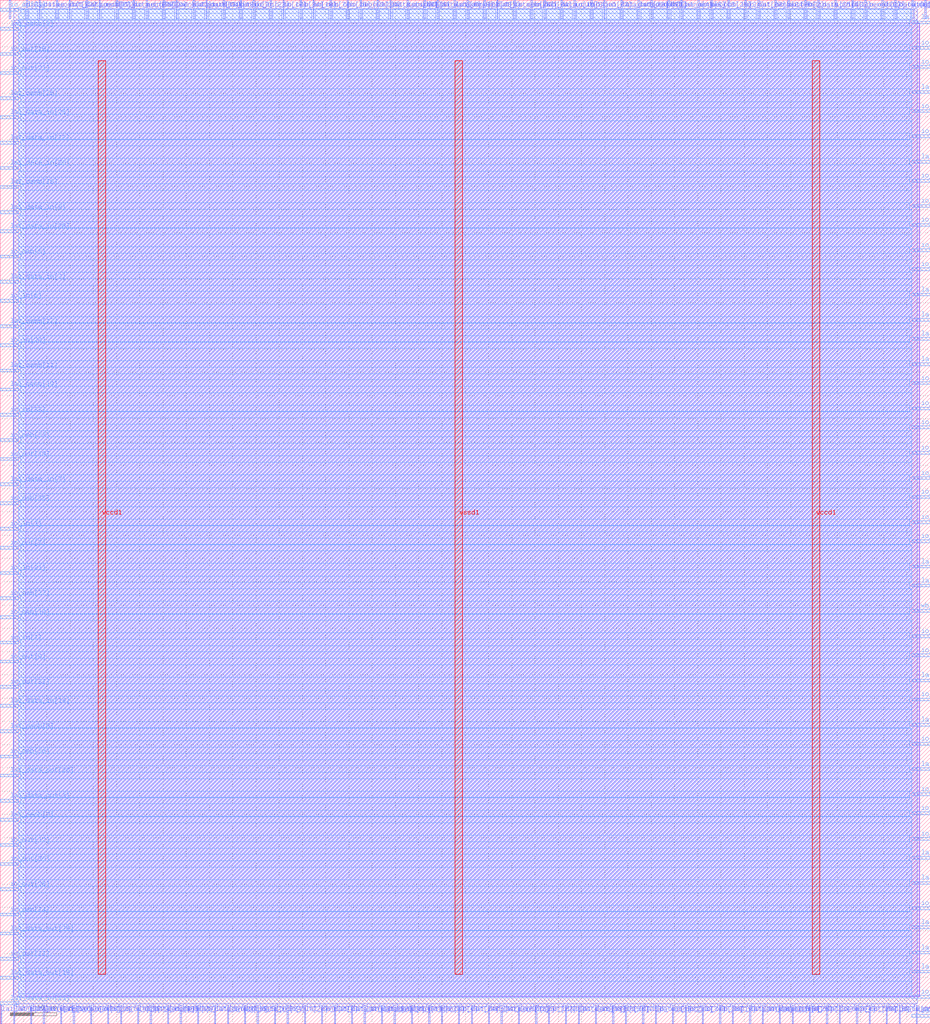
<source format=lef>
VERSION 5.7 ;
  NOWIREEXTENSIONATPIN ON ;
  DIVIDERCHAR "/" ;
  BUSBITCHARS "[]" ;
MACRO wrapped_parallax
  CLASS BLOCK ;
  FOREIGN wrapped_parallax ;
  ORIGIN 0.000 0.000 ;
  SIZE 200.000 BY 220.000 ;
  PIN active
    DIRECTION INPUT ;
    USE SIGNAL ;
    PORT
      LAYER met2 ;
        RECT 8.370 216.000 8.650 220.000 ;
    END
  END active
  PIN io_in[0]
    DIRECTION INPUT ;
    USE SIGNAL ;
    PORT
      LAYER met2 ;
        RECT 55.290 0.000 55.570 4.000 ;
    END
  END io_in[0]
  PIN io_in[10]
    DIRECTION INPUT ;
    USE SIGNAL ;
    PORT
      LAYER met2 ;
        RECT 120.610 216.000 120.890 220.000 ;
    END
  END io_in[10]
  PIN io_in[11]
    DIRECTION INPUT ;
    USE SIGNAL ;
    PORT
      LAYER met2 ;
        RECT 21.250 216.000 21.530 220.000 ;
    END
  END io_in[11]
  PIN io_in[12]
    DIRECTION INPUT ;
    USE SIGNAL ;
    PORT
      LAYER met3 ;
        RECT 196.000 180.920 200.000 181.520 ;
    END
  END io_in[12]
  PIN io_in[13]
    DIRECTION INPUT ;
    USE SIGNAL ;
    PORT
      LAYER met2 ;
        RECT 84.730 0.000 85.010 4.000 ;
    END
  END io_in[13]
  PIN io_in[14]
    DIRECTION INPUT ;
    USE SIGNAL ;
    PORT
      LAYER met2 ;
        RECT 87.490 216.000 87.770 220.000 ;
    END
  END io_in[14]
  PIN io_in[15]
    DIRECTION INPUT ;
    USE SIGNAL ;
    PORT
      LAYER met3 ;
        RECT 196.000 190.440 200.000 191.040 ;
    END
  END io_in[15]
  PIN io_in[16]
    DIRECTION INPUT ;
    USE SIGNAL ;
    PORT
      LAYER met2 ;
        RECT 193.290 0.000 193.570 4.000 ;
    END
  END io_in[16]
  PIN io_in[17]
    DIRECTION INPUT ;
    USE SIGNAL ;
    PORT
      LAYER met2 ;
        RECT 58.050 216.000 58.330 220.000 ;
    END
  END io_in[17]
  PIN io_in[18]
    DIRECTION INPUT ;
    USE SIGNAL ;
    PORT
      LAYER met2 ;
        RECT 64.490 216.000 64.770 220.000 ;
    END
  END io_in[18]
  PIN io_in[19]
    DIRECTION INPUT ;
    USE SIGNAL ;
    PORT
      LAYER met2 ;
        RECT 154.650 0.000 154.930 4.000 ;
    END
  END io_in[19]
  PIN io_in[1]
    DIRECTION INPUT ;
    USE SIGNAL ;
    PORT
      LAYER met3 ;
        RECT 0.000 81.640 4.000 82.240 ;
    END
  END io_in[1]
  PIN io_in[20]
    DIRECTION INPUT ;
    USE SIGNAL ;
    PORT
      LAYER met3 ;
        RECT 0.000 145.560 4.000 146.160 ;
    END
  END io_in[20]
  PIN io_in[21]
    DIRECTION INPUT ;
    USE SIGNAL ;
    PORT
      LAYER met3 ;
        RECT 0.000 96.600 4.000 97.200 ;
    END
  END io_in[21]
  PIN io_in[22]
    DIRECTION INPUT ;
    USE SIGNAL ;
    PORT
      LAYER met3 ;
        RECT 196.000 49.000 200.000 49.600 ;
    END
  END io_in[22]
  PIN io_in[23]
    DIRECTION INPUT ;
    USE SIGNAL ;
    PORT
      LAYER met2 ;
        RECT 54.370 216.000 54.650 220.000 ;
    END
  END io_in[23]
  PIN io_in[24]
    DIRECTION INPUT ;
    USE SIGNAL ;
    PORT
      LAYER met2 ;
        RECT 44.250 216.000 44.530 220.000 ;
    END
  END io_in[24]
  PIN io_in[25]
    DIRECTION INPUT ;
    USE SIGNAL ;
    PORT
      LAYER met2 ;
        RECT 134.410 0.000 134.690 4.000 ;
    END
  END io_in[25]
  PIN io_in[26]
    DIRECTION INPUT ;
    USE SIGNAL ;
    PORT
      LAYER met2 ;
        RECT 131.650 0.000 131.930 4.000 ;
    END
  END io_in[26]
  PIN io_in[27]
    DIRECTION INPUT ;
    USE SIGNAL ;
    PORT
      LAYER met3 ;
        RECT 196.000 24.520 200.000 25.120 ;
    END
  END io_in[27]
  PIN io_in[28]
    DIRECTION INPUT ;
    USE SIGNAL ;
    PORT
      LAYER met2 ;
        RECT 117.850 0.000 118.130 4.000 ;
    END
  END io_in[28]
  PIN io_in[29]
    DIRECTION INPUT ;
    USE SIGNAL ;
    PORT
      LAYER met2 ;
        RECT 198.810 216.000 199.090 220.000 ;
    END
  END io_in[29]
  PIN io_in[2]
    DIRECTION INPUT ;
    USE SIGNAL ;
    PORT
      LAYER met2 ;
        RECT 58.970 0.000 59.250 4.000 ;
    END
  END io_in[2]
  PIN io_in[30]
    DIRECTION INPUT ;
    USE SIGNAL ;
    PORT
      LAYER met3 ;
        RECT 196.000 69.400 200.000 70.000 ;
    END
  END io_in[30]
  PIN io_in[31]
    DIRECTION INPUT ;
    USE SIGNAL ;
    PORT
      LAYER met2 ;
        RECT 1.930 216.000 2.210 220.000 ;
    END
  END io_in[31]
  PIN io_in[32]
    DIRECTION INPUT ;
    USE SIGNAL ;
    PORT
      LAYER met2 ;
        RECT 111.410 0.000 111.690 4.000 ;
    END
  END io_in[32]
  PIN io_in[33]
    DIRECTION INPUT ;
    USE SIGNAL ;
    PORT
      LAYER met3 ;
        RECT 0.000 130.600 4.000 131.200 ;
    END
  END io_in[33]
  PIN io_in[34]
    DIRECTION INPUT ;
    USE SIGNAL ;
    PORT
      LAYER met2 ;
        RECT 156.490 216.000 156.770 220.000 ;
    END
  END io_in[34]
  PIN io_in[35]
    DIRECTION INPUT ;
    USE SIGNAL ;
    PORT
      LAYER met2 ;
        RECT 175.810 216.000 176.090 220.000 ;
    END
  END io_in[35]
  PIN io_in[36]
    DIRECTION INPUT ;
    USE SIGNAL ;
    PORT
      LAYER met3 ;
        RECT 196.000 127.880 200.000 128.480 ;
    END
  END io_in[36]
  PIN io_in[37]
    DIRECTION INPUT ;
    USE SIGNAL ;
    PORT
      LAYER met2 ;
        RECT 179.490 216.000 179.770 220.000 ;
    END
  END io_in[37]
  PIN io_in[3]
    DIRECTION INPUT ;
    USE SIGNAL ;
    PORT
      LAYER met2 ;
        RECT 123.370 216.000 123.650 220.000 ;
    END
  END io_in[3]
  PIN io_in[4]
    DIRECTION INPUT ;
    USE SIGNAL ;
    PORT
      LAYER met3 ;
        RECT 196.000 122.440 200.000 123.040 ;
    END
  END io_in[4]
  PIN io_in[5]
    DIRECTION INPUT ;
    USE SIGNAL ;
    PORT
      LAYER met3 ;
        RECT 196.000 209.480 200.000 210.080 ;
    END
  END io_in[5]
  PIN io_in[6]
    DIRECTION INPUT ;
    USE SIGNAL ;
    PORT
      LAYER met3 ;
        RECT 0.000 155.080 4.000 155.680 ;
    END
  END io_in[6]
  PIN io_in[7]
    DIRECTION INPUT ;
    USE SIGNAL ;
    PORT
      LAYER met3 ;
        RECT 0.000 106.120 4.000 106.720 ;
    END
  END io_in[7]
  PIN io_in[8]
    DIRECTION INPUT ;
    USE SIGNAL ;
    PORT
      LAYER met3 ;
        RECT 196.000 137.400 200.000 138.000 ;
    END
  END io_in[8]
  PIN io_in[9]
    DIRECTION INPUT ;
    USE SIGNAL ;
    PORT
      LAYER met2 ;
        RECT 51.610 216.000 51.890 220.000 ;
    END
  END io_in[9]
  PIN io_oeb[0]
    DIRECTION OUTPUT TRISTATE ;
    USE SIGNAL ;
    PORT
      LAYER met2 ;
        RECT 94.850 0.000 95.130 4.000 ;
    END
  END io_oeb[0]
  PIN io_oeb[10]
    DIRECTION OUTPUT TRISTATE ;
    USE SIGNAL ;
    PORT
      LAYER met3 ;
        RECT 0.000 87.080 4.000 87.680 ;
    END
  END io_oeb[10]
  PIN io_oeb[11]
    DIRECTION OUTPUT TRISTATE ;
    USE SIGNAL ;
    PORT
      LAYER met3 ;
        RECT 196.000 112.920 200.000 113.520 ;
    END
  END io_oeb[11]
  PIN io_oeb[12]
    DIRECTION OUTPUT TRISTATE ;
    USE SIGNAL ;
    PORT
      LAYER met3 ;
        RECT 196.000 44.920 200.000 45.520 ;
    END
  END io_oeb[12]
  PIN io_oeb[13]
    DIRECTION OUTPUT TRISTATE ;
    USE SIGNAL ;
    PORT
      LAYER met3 ;
        RECT 196.000 39.480 200.000 40.080 ;
    END
  END io_oeb[13]
  PIN io_oeb[14]
    DIRECTION OUTPUT TRISTATE ;
    USE SIGNAL ;
    PORT
      LAYER met3 ;
        RECT 0.000 23.160 4.000 23.760 ;
    END
  END io_oeb[14]
  PIN io_oeb[15]
    DIRECTION OUTPUT TRISTATE ;
    USE SIGNAL ;
    PORT
      LAYER met2 ;
        RECT 70.930 216.000 71.210 220.000 ;
    END
  END io_oeb[15]
  PIN io_oeb[16]
    DIRECTION OUTPUT TRISTATE ;
    USE SIGNAL ;
    PORT
      LAYER met2 ;
        RECT 186.850 0.000 187.130 4.000 ;
    END
  END io_oeb[16]
  PIN io_oeb[17]
    DIRECTION OUTPUT TRISTATE ;
    USE SIGNAL ;
    PORT
      LAYER met2 ;
        RECT 48.850 0.000 49.130 4.000 ;
    END
  END io_oeb[17]
  PIN io_oeb[18]
    DIRECTION OUTPUT TRISTATE ;
    USE SIGNAL ;
    PORT
      LAYER met2 ;
        RECT 150.050 216.000 150.330 220.000 ;
    END
  END io_oeb[18]
  PIN io_oeb[19]
    DIRECTION OUTPUT TRISTATE ;
    USE SIGNAL ;
    PORT
      LAYER met2 ;
        RECT 74.610 216.000 74.890 220.000 ;
    END
  END io_oeb[19]
  PIN io_oeb[1]
    DIRECTION OUTPUT TRISTATE ;
    USE SIGNAL ;
    PORT
      LAYER met2 ;
        RECT 140.850 0.000 141.130 4.000 ;
    END
  END io_oeb[1]
  PIN io_oeb[20]
    DIRECTION OUTPUT TRISTATE ;
    USE SIGNAL ;
    PORT
      LAYER met3 ;
        RECT 196.000 78.920 200.000 79.520 ;
    END
  END io_oeb[20]
  PIN io_oeb[21]
    DIRECTION OUTPUT TRISTATE ;
    USE SIGNAL ;
    PORT
      LAYER met2 ;
        RECT 28.610 216.000 28.890 220.000 ;
    END
  END io_oeb[21]
  PIN io_oeb[22]
    DIRECTION OUTPUT TRISTATE ;
    USE SIGNAL ;
    PORT
      LAYER met2 ;
        RECT 19.410 0.000 19.690 4.000 ;
    END
  END io_oeb[22]
  PIN io_oeb[23]
    DIRECTION OUTPUT TRISTATE ;
    USE SIGNAL ;
    PORT
      LAYER met2 ;
        RECT 110.490 216.000 110.770 220.000 ;
    END
  END io_oeb[23]
  PIN io_oeb[24]
    DIRECTION OUTPUT TRISTATE ;
    USE SIGNAL ;
    PORT
      LAYER met2 ;
        RECT 114.170 216.000 114.450 220.000 ;
    END
  END io_oeb[24]
  PIN io_oeb[25]
    DIRECTION OUTPUT TRISTATE ;
    USE SIGNAL ;
    PORT
      LAYER met2 ;
        RECT 170.290 0.000 170.570 4.000 ;
    END
  END io_oeb[25]
  PIN io_oeb[26]
    DIRECTION OUTPUT TRISTATE ;
    USE SIGNAL ;
    PORT
      LAYER met3 ;
        RECT 196.000 165.960 200.000 166.560 ;
    END
  END io_oeb[26]
  PIN io_oeb[27]
    DIRECTION OUTPUT TRISTATE ;
    USE SIGNAL ;
    PORT
      LAYER met2 ;
        RECT 127.050 216.000 127.330 220.000 ;
    END
  END io_oeb[27]
  PIN io_oeb[28]
    DIRECTION OUTPUT TRISTATE ;
    USE SIGNAL ;
    PORT
      LAYER met2 ;
        RECT 150.970 0.000 151.250 4.000 ;
    END
  END io_oeb[28]
  PIN io_oeb[29]
    DIRECTION OUTPUT TRISTATE ;
    USE SIGNAL ;
    PORT
      LAYER met3 ;
        RECT 196.000 131.960 200.000 132.560 ;
    END
  END io_oeb[29]
  PIN io_oeb[2]
    DIRECTION OUTPUT TRISTATE ;
    USE SIGNAL ;
    PORT
      LAYER met2 ;
        RECT 169.370 216.000 169.650 220.000 ;
    END
  END io_oeb[2]
  PIN io_oeb[30]
    DIRECTION OUTPUT TRISTATE ;
    USE SIGNAL ;
    PORT
      LAYER met2 ;
        RECT 31.370 216.000 31.650 220.000 ;
    END
  END io_oeb[30]
  PIN io_oeb[31]
    DIRECTION OUTPUT TRISTATE ;
    USE SIGNAL ;
    PORT
      LAYER met2 ;
        RECT 147.290 0.000 147.570 4.000 ;
    END
  END io_oeb[31]
  PIN io_oeb[32]
    DIRECTION OUTPUT TRISTATE ;
    USE SIGNAL ;
    PORT
      LAYER met3 ;
        RECT 0.000 125.160 4.000 125.760 ;
    END
  END io_oeb[32]
  PIN io_oeb[33]
    DIRECTION OUTPUT TRISTATE ;
    USE SIGNAL ;
    PORT
      LAYER met2 ;
        RECT 173.970 0.000 174.250 4.000 ;
    END
  END io_oeb[33]
  PIN io_oeb[34]
    DIRECTION OUTPUT TRISTATE ;
    USE SIGNAL ;
    PORT
      LAYER met2 ;
        RECT 60.810 216.000 61.090 220.000 ;
    END
  END io_oeb[34]
  PIN io_oeb[35]
    DIRECTION OUTPUT TRISTATE ;
    USE SIGNAL ;
    PORT
      LAYER met3 ;
        RECT 0.000 111.560 4.000 112.160 ;
    END
  END io_oeb[35]
  PIN io_oeb[36]
    DIRECTION OUTPUT TRISTATE ;
    USE SIGNAL ;
    PORT
      LAYER met3 ;
        RECT 0.000 57.160 4.000 57.760 ;
    END
  END io_oeb[36]
  PIN io_oeb[37]
    DIRECTION OUTPUT TRISTATE ;
    USE SIGNAL ;
    PORT
      LAYER met3 ;
        RECT 0.000 91.160 4.000 91.760 ;
    END
  END io_oeb[37]
  PIN io_oeb[3]
    DIRECTION OUTPUT TRISTATE ;
    USE SIGNAL ;
    PORT
      LAYER met2 ;
        RECT 92.090 0.000 92.370 4.000 ;
    END
  END io_oeb[3]
  PIN io_oeb[4]
    DIRECTION OUTPUT TRISTATE ;
    USE SIGNAL ;
    PORT
      LAYER met2 ;
        RECT 180.410 0.000 180.690 4.000 ;
    END
  END io_oeb[4]
  PIN io_oeb[5]
    DIRECTION OUTPUT TRISTATE ;
    USE SIGNAL ;
    PORT
      LAYER met3 ;
        RECT 0.000 164.600 4.000 165.200 ;
    END
  END io_oeb[5]
  PIN io_oeb[6]
    DIRECTION OUTPUT TRISTATE ;
    USE SIGNAL ;
    PORT
      LAYER met3 ;
        RECT 196.000 59.880 200.000 60.480 ;
    END
  END io_oeb[6]
  PIN io_oeb[7]
    DIRECTION OUTPUT TRISTATE ;
    USE SIGNAL ;
    PORT
      LAYER met2 ;
        RECT 67.250 216.000 67.530 220.000 ;
    END
  END io_oeb[7]
  PIN io_oeb[8]
    DIRECTION OUTPUT TRISTATE ;
    USE SIGNAL ;
    PORT
      LAYER met2 ;
        RECT 15.730 0.000 16.010 4.000 ;
    END
  END io_oeb[8]
  PIN io_oeb[9]
    DIRECTION OUTPUT TRISTATE ;
    USE SIGNAL ;
    PORT
      LAYER met2 ;
        RECT 38.730 0.000 39.010 4.000 ;
    END
  END io_oeb[9]
  PIN io_out[0]
    DIRECTION OUTPUT TRISTATE ;
    USE SIGNAL ;
    PORT
      LAYER met3 ;
        RECT 196.000 205.400 200.000 206.000 ;
    END
  END io_out[0]
  PIN io_out[10]
    DIRECTION OUTPUT TRISTATE ;
    USE SIGNAL ;
    PORT
      LAYER met3 ;
        RECT 196.000 107.480 200.000 108.080 ;
    END
  END io_out[10]
  PIN io_out[11]
    DIRECTION OUTPUT TRISTATE ;
    USE SIGNAL ;
    PORT
      LAYER met3 ;
        RECT 0.000 13.640 4.000 14.240 ;
    END
  END io_out[11]
  PIN io_out[12]
    DIRECTION OUTPUT TRISTATE ;
    USE SIGNAL ;
    PORT
      LAYER met3 ;
        RECT 0.000 38.120 4.000 38.720 ;
    END
  END io_out[12]
  PIN io_out[13]
    DIRECTION OUTPUT TRISTATE ;
    USE SIGNAL ;
    PORT
      LAYER met2 ;
        RECT 144.530 0.000 144.810 4.000 ;
    END
  END io_out[13]
  PIN io_out[14]
    DIRECTION OUTPUT TRISTATE ;
    USE SIGNAL ;
    PORT
      LAYER met3 ;
        RECT 196.000 171.400 200.000 172.000 ;
    END
  END io_out[14]
  PIN io_out[15]
    DIRECTION OUTPUT TRISTATE ;
    USE SIGNAL ;
    PORT
      LAYER met3 ;
        RECT 0.000 208.120 4.000 208.720 ;
    END
  END io_out[15]
  PIN io_out[16]
    DIRECTION OUTPUT TRISTATE ;
    USE SIGNAL ;
    PORT
      LAYER met3 ;
        RECT 196.000 103.400 200.000 104.000 ;
    END
  END io_out[16]
  PIN io_out[17]
    DIRECTION OUTPUT TRISTATE ;
    USE SIGNAL ;
    PORT
      LAYER met2 ;
        RECT 185.930 216.000 186.210 220.000 ;
    END
  END io_out[17]
  PIN io_out[18]
    DIRECTION OUTPUT TRISTATE ;
    USE SIGNAL ;
    PORT
      LAYER met2 ;
        RECT 167.530 0.000 167.810 4.000 ;
    END
  END io_out[18]
  PIN io_out[19]
    DIRECTION OUTPUT TRISTATE ;
    USE SIGNAL ;
    PORT
      LAYER met3 ;
        RECT 0.000 121.080 4.000 121.680 ;
    END
  END io_out[19]
  PIN io_out[1]
    DIRECTION OUTPUT TRISTATE ;
    USE SIGNAL ;
    PORT
      LAYER met2 ;
        RECT 139.930 216.000 140.210 220.000 ;
    END
  END io_out[1]
  PIN io_out[20]
    DIRECTION OUTPUT TRISTATE ;
    USE SIGNAL ;
    PORT
      LAYER met2 ;
        RECT 166.610 216.000 166.890 220.000 ;
    END
  END io_out[20]
  PIN io_out[21]
    DIRECTION OUTPUT TRISTATE ;
    USE SIGNAL ;
    PORT
      LAYER met3 ;
        RECT 0.000 204.040 4.000 204.640 ;
    END
  END io_out[21]
  PIN io_out[22]
    DIRECTION OUTPUT TRISTATE ;
    USE SIGNAL ;
    PORT
      LAYER met2 ;
        RECT 115.090 0.000 115.370 4.000 ;
    END
  END io_out[22]
  PIN io_out[23]
    DIRECTION OUTPUT TRISTATE ;
    USE SIGNAL ;
    PORT
      LAYER met3 ;
        RECT 196.000 83.000 200.000 83.600 ;
    END
  END io_out[23]
  PIN io_out[24]
    DIRECTION OUTPUT TRISTATE ;
    USE SIGNAL ;
    PORT
      LAYER met2 ;
        RECT 98.530 0.000 98.810 4.000 ;
    END
  END io_out[24]
  PIN io_out[25]
    DIRECTION OUTPUT TRISTATE ;
    USE SIGNAL ;
    PORT
      LAYER met2 ;
        RECT 152.810 216.000 153.090 220.000 ;
    END
  END io_out[25]
  PIN io_out[26]
    DIRECTION OUTPUT TRISTATE ;
    USE SIGNAL ;
    PORT
      LAYER met3 ;
        RECT 0.000 28.600 4.000 29.200 ;
    END
  END io_out[26]
  PIN io_out[27]
    DIRECTION OUTPUT TRISTATE ;
    USE SIGNAL ;
    PORT
      LAYER met2 ;
        RECT 160.170 216.000 160.450 220.000 ;
    END
  END io_out[27]
  PIN io_out[28]
    DIRECTION OUTPUT TRISTATE ;
    USE SIGNAL ;
    PORT
      LAYER met2 ;
        RECT 61.730 0.000 62.010 4.000 ;
    END
  END io_out[28]
  PIN io_out[29]
    DIRECTION OUTPUT TRISTATE ;
    USE SIGNAL ;
    PORT
      LAYER met2 ;
        RECT 184.090 0.000 184.370 4.000 ;
    END
  END io_out[29]
  PIN io_out[2]
    DIRECTION OUTPUT TRISTATE ;
    USE SIGNAL ;
    PORT
      LAYER met2 ;
        RECT 25.850 0.000 26.130 4.000 ;
    END
  END io_out[2]
  PIN io_out[30]
    DIRECTION OUTPUT TRISTATE ;
    USE SIGNAL ;
    PORT
      LAYER met3 ;
        RECT 0.000 34.040 4.000 34.640 ;
    END
  END io_out[30]
  PIN io_out[31]
    DIRECTION OUTPUT TRISTATE ;
    USE SIGNAL ;
    PORT
      LAYER met3 ;
        RECT 0.000 72.120 4.000 72.720 ;
    END
  END io_out[31]
  PIN io_out[32]
    DIRECTION OUTPUT TRISTATE ;
    USE SIGNAL ;
    PORT
      LAYER met2 ;
        RECT 12.050 216.000 12.330 220.000 ;
    END
  END io_out[32]
  PIN io_out[33]
    DIRECTION OUTPUT TRISTATE ;
    USE SIGNAL ;
    PORT
      LAYER met3 ;
        RECT 196.000 5.480 200.000 6.080 ;
    END
  END io_out[33]
  PIN io_out[34]
    DIRECTION OUTPUT TRISTATE ;
    USE SIGNAL ;
    PORT
      LAYER met3 ;
        RECT 196.000 175.480 200.000 176.080 ;
    END
  END io_out[34]
  PIN io_out[35]
    DIRECTION OUTPUT TRISTATE ;
    USE SIGNAL ;
    PORT
      LAYER met3 ;
        RECT 196.000 161.880 200.000 162.480 ;
    END
  END io_out[35]
  PIN io_out[36]
    DIRECTION OUTPUT TRISTATE ;
    USE SIGNAL ;
    PORT
      LAYER met2 ;
        RECT 77.370 216.000 77.650 220.000 ;
    END
  END io_out[36]
  PIN io_out[37]
    DIRECTION OUTPUT TRISTATE ;
    USE SIGNAL ;
    PORT
      LAYER met3 ;
        RECT 196.000 195.880 200.000 196.480 ;
    END
  END io_out[37]
  PIN io_out[3]
    DIRECTION OUTPUT TRISTATE ;
    USE SIGNAL ;
    PORT
      LAYER met3 ;
        RECT 0.000 217.640 4.000 218.240 ;
    END
  END io_out[3]
  PIN io_out[4]
    DIRECTION OUTPUT TRISTATE ;
    USE SIGNAL ;
    PORT
      LAYER met3 ;
        RECT 196.000 117.000 200.000 117.600 ;
    END
  END io_out[4]
  PIN io_out[5]
    DIRECTION OUTPUT TRISTATE ;
    USE SIGNAL ;
    PORT
      LAYER met2 ;
        RECT 104.050 216.000 104.330 220.000 ;
    END
  END io_out[5]
  PIN io_out[6]
    DIRECTION OUTPUT TRISTATE ;
    USE SIGNAL ;
    PORT
      LAYER met2 ;
        RECT 192.370 216.000 192.650 220.000 ;
    END
  END io_out[6]
  PIN io_out[7]
    DIRECTION OUTPUT TRISTATE ;
    USE SIGNAL ;
    PORT
      LAYER met3 ;
        RECT 0.000 102.040 4.000 102.640 ;
    END
  END io_out[7]
  PIN io_out[8]
    DIRECTION OUTPUT TRISTATE ;
    USE SIGNAL ;
    PORT
      LAYER met2 ;
        RECT 69.090 0.000 69.370 4.000 ;
    END
  END io_out[8]
  PIN io_out[9]
    DIRECTION OUTPUT TRISTATE ;
    USE SIGNAL ;
    PORT
      LAYER met3 ;
        RECT 0.000 77.560 4.000 78.160 ;
    END
  END io_out[9]
  PIN la1_data_in[0]
    DIRECTION INPUT ;
    USE SIGNAL ;
    PORT
      LAYER met3 ;
        RECT 196.000 10.920 200.000 11.520 ;
    END
  END la1_data_in[0]
  PIN la1_data_in[10]
    DIRECTION INPUT ;
    USE SIGNAL ;
    PORT
      LAYER met2 ;
        RECT 78.290 0.000 78.570 4.000 ;
    END
  END la1_data_in[10]
  PIN la1_data_in[11]
    DIRECTION INPUT ;
    USE SIGNAL ;
    PORT
      LAYER met3 ;
        RECT 196.000 1.400 200.000 2.000 ;
    END
  END la1_data_in[11]
  PIN la1_data_in[12]
    DIRECTION INPUT ;
    USE SIGNAL ;
    PORT
      LAYER met3 ;
        RECT 0.000 189.080 4.000 189.680 ;
    END
  END la1_data_in[12]
  PIN la1_data_in[13]
    DIRECTION INPUT ;
    USE SIGNAL ;
    PORT
      LAYER met2 ;
        RECT 121.530 0.000 121.810 4.000 ;
    END
  END la1_data_in[13]
  PIN la1_data_in[14]
    DIRECTION INPUT ;
    USE SIGNAL ;
    PORT
      LAYER met3 ;
        RECT 0.000 68.040 4.000 68.640 ;
    END
  END la1_data_in[14]
  PIN la1_data_in[15]
    DIRECTION INPUT ;
    USE SIGNAL ;
    PORT
      LAYER met2 ;
        RECT 81.050 216.000 81.330 220.000 ;
    END
  END la1_data_in[15]
  PIN la1_data_in[16]
    DIRECTION INPUT ;
    USE SIGNAL ;
    PORT
      LAYER met2 ;
        RECT 133.490 216.000 133.770 220.000 ;
    END
  END la1_data_in[16]
  PIN la1_data_in[17]
    DIRECTION INPUT ;
    USE SIGNAL ;
    PORT
      LAYER met2 ;
        RECT 106.810 216.000 107.090 220.000 ;
    END
  END la1_data_in[17]
  PIN la1_data_in[18]
    DIRECTION INPUT ;
    USE SIGNAL ;
    PORT
      LAYER met2 ;
        RECT 157.410 0.000 157.690 4.000 ;
    END
  END la1_data_in[18]
  PIN la1_data_in[19]
    DIRECTION INPUT ;
    USE SIGNAL ;
    PORT
      LAYER met2 ;
        RECT 83.810 216.000 84.090 220.000 ;
    END
  END la1_data_in[19]
  PIN la1_data_in[1]
    DIRECTION INPUT ;
    USE SIGNAL ;
    PORT
      LAYER met2 ;
        RECT 71.850 0.000 72.130 4.000 ;
    END
  END la1_data_in[1]
  PIN la1_data_in[20]
    DIRECTION INPUT ;
    USE SIGNAL ;
    PORT
      LAYER met3 ;
        RECT 0.000 183.640 4.000 184.240 ;
    END
  END la1_data_in[20]
  PIN la1_data_in[21]
    DIRECTION INPUT ;
    USE SIGNAL ;
    PORT
      LAYER met2 ;
        RECT 196.050 216.000 196.330 220.000 ;
    END
  END la1_data_in[21]
  PIN la1_data_in[22]
    DIRECTION INPUT ;
    USE SIGNAL ;
    PORT
      LAYER met3 ;
        RECT 196.000 15.000 200.000 15.600 ;
    END
  END la1_data_in[22]
  PIN la1_data_in[23]
    DIRECTION INPUT ;
    USE SIGNAL ;
    PORT
      LAYER met3 ;
        RECT 0.000 4.120 4.000 4.720 ;
    END
  END la1_data_in[23]
  PIN la1_data_in[24]
    DIRECTION INPUT ;
    USE SIGNAL ;
    PORT
      LAYER met2 ;
        RECT 52.530 0.000 52.810 4.000 ;
    END
  END la1_data_in[24]
  PIN la1_data_in[25]
    DIRECTION INPUT ;
    USE SIGNAL ;
    PORT
      LAYER met3 ;
        RECT 0.000 194.520 4.000 195.120 ;
    END
  END la1_data_in[25]
  PIN la1_data_in[26]
    DIRECTION INPUT ;
    USE SIGNAL ;
    PORT
      LAYER met2 ;
        RECT 190.530 0.000 190.810 4.000 ;
    END
  END la1_data_in[26]
  PIN la1_data_in[27]
    DIRECTION INPUT ;
    USE SIGNAL ;
    PORT
      LAYER met2 ;
        RECT 104.970 0.000 105.250 4.000 ;
    END
  END la1_data_in[27]
  PIN la1_data_in[28]
    DIRECTION INPUT ;
    USE SIGNAL ;
    PORT
      LAYER met3 ;
        RECT 0.000 170.040 4.000 170.640 ;
    END
  END la1_data_in[28]
  PIN la1_data_in[29]
    DIRECTION INPUT ;
    USE SIGNAL ;
    PORT
      LAYER met2 ;
        RECT 24.930 216.000 25.210 220.000 ;
    END
  END la1_data_in[29]
  PIN la1_data_in[2]
    DIRECTION INPUT ;
    USE SIGNAL ;
    PORT
      LAYER met2 ;
        RECT 42.410 0.000 42.690 4.000 ;
    END
  END la1_data_in[2]
  PIN la1_data_in[30]
    DIRECTION INPUT ;
    USE SIGNAL ;
    PORT
      LAYER met2 ;
        RECT 6.530 0.000 6.810 4.000 ;
    END
  END la1_data_in[30]
  PIN la1_data_in[31]
    DIRECTION INPUT ;
    USE SIGNAL ;
    PORT
      LAYER met2 ;
        RECT 138.090 0.000 138.370 4.000 ;
    END
  END la1_data_in[31]
  PIN la1_data_in[3]
    DIRECTION INPUT ;
    USE SIGNAL ;
    PORT
      LAYER met3 ;
        RECT 0.000 159.160 4.000 159.760 ;
    END
  END la1_data_in[3]
  PIN la1_data_in[4]
    DIRECTION INPUT ;
    USE SIGNAL ;
    PORT
      LAYER met2 ;
        RECT 173.050 216.000 173.330 220.000 ;
    END
  END la1_data_in[4]
  PIN la1_data_in[5]
    DIRECTION INPUT ;
    USE SIGNAL ;
    PORT
      LAYER met3 ;
        RECT 196.000 93.880 200.000 94.480 ;
    END
  END la1_data_in[5]
  PIN la1_data_in[6]
    DIRECTION INPUT ;
    USE SIGNAL ;
    PORT
      LAYER met2 ;
        RECT 91.170 216.000 91.450 220.000 ;
    END
  END la1_data_in[6]
  PIN la1_data_in[7]
    DIRECTION INPUT ;
    USE SIGNAL ;
    PORT
      LAYER met3 ;
        RECT 0.000 115.640 4.000 116.240 ;
    END
  END la1_data_in[7]
  PIN la1_data_in[8]
    DIRECTION INPUT ;
    USE SIGNAL ;
    PORT
      LAYER met2 ;
        RECT 93.930 216.000 94.210 220.000 ;
    END
  END la1_data_in[8]
  PIN la1_data_in[9]
    DIRECTION INPUT ;
    USE SIGNAL ;
    PORT
      LAYER met3 ;
        RECT 0.000 174.120 4.000 174.720 ;
    END
  END la1_data_in[9]
  PIN la1_data_out[0]
    DIRECTION OUTPUT TRISTATE ;
    USE SIGNAL ;
    PORT
      LAYER met2 ;
        RECT 29.530 0.000 29.810 4.000 ;
    END
  END la1_data_out[0]
  PIN la1_data_out[10]
    DIRECTION OUTPUT TRISTATE ;
    USE SIGNAL ;
    PORT
      LAYER met3 ;
        RECT 196.000 29.960 200.000 30.560 ;
    END
  END la1_data_out[10]
  PIN la1_data_out[11]
    DIRECTION OUTPUT TRISTATE ;
    USE SIGNAL ;
    PORT
      LAYER met2 ;
        RECT 81.970 0.000 82.250 4.000 ;
    END
  END la1_data_out[11]
  PIN la1_data_out[12]
    DIRECTION OUTPUT TRISTATE ;
    USE SIGNAL ;
    PORT
      LAYER met3 ;
        RECT 196.000 199.960 200.000 200.560 ;
    END
  END la1_data_out[12]
  PIN la1_data_out[13]
    DIRECTION OUTPUT TRISTATE ;
    USE SIGNAL ;
    PORT
      LAYER met2 ;
        RECT 37.810 216.000 38.090 220.000 ;
    END
  END la1_data_out[13]
  PIN la1_data_out[14]
    DIRECTION OUTPUT TRISTATE ;
    USE SIGNAL ;
    PORT
      LAYER met2 ;
        RECT 116.930 216.000 117.210 220.000 ;
    END
  END la1_data_out[14]
  PIN la1_data_out[15]
    DIRECTION OUTPUT TRISTATE ;
    USE SIGNAL ;
    PORT
      LAYER met3 ;
        RECT 0.000 9.560 4.000 10.160 ;
    END
  END la1_data_out[15]
  PIN la1_data_out[16]
    DIRECTION OUTPUT TRISTATE ;
    USE SIGNAL ;
    PORT
      LAYER met3 ;
        RECT 196.000 54.440 200.000 55.040 ;
    END
  END la1_data_out[16]
  PIN la1_data_out[17]
    DIRECTION OUTPUT TRISTATE ;
    USE SIGNAL ;
    PORT
      LAYER met3 ;
        RECT 196.000 151.000 200.000 151.600 ;
    END
  END la1_data_out[17]
  PIN la1_data_out[18]
    DIRECTION OUTPUT TRISTATE ;
    USE SIGNAL ;
    PORT
      LAYER met2 ;
        RECT 41.490 216.000 41.770 220.000 ;
    END
  END la1_data_out[18]
  PIN la1_data_out[19]
    DIRECTION OUTPUT TRISTATE ;
    USE SIGNAL ;
    PORT
      LAYER met3 ;
        RECT 196.000 97.960 200.000 98.560 ;
    END
  END la1_data_out[19]
  PIN la1_data_out[1]
    DIRECTION OUTPUT TRISTATE ;
    USE SIGNAL ;
    PORT
      LAYER met2 ;
        RECT 5.610 216.000 5.890 220.000 ;
    END
  END la1_data_out[1]
  PIN la1_data_out[20]
    DIRECTION OUTPUT TRISTATE ;
    USE SIGNAL ;
    PORT
      LAYER met3 ;
        RECT 0.000 53.080 4.000 53.680 ;
    END
  END la1_data_out[20]
  PIN la1_data_out[21]
    DIRECTION OUTPUT TRISTATE ;
    USE SIGNAL ;
    PORT
      LAYER met3 ;
        RECT 196.000 185.000 200.000 185.600 ;
    END
  END la1_data_out[21]
  PIN la1_data_out[22]
    DIRECTION OUTPUT TRISTATE ;
    USE SIGNAL ;
    PORT
      LAYER met2 ;
        RECT 129.810 216.000 130.090 220.000 ;
    END
  END la1_data_out[22]
  PIN la1_data_out[23]
    DIRECTION OUTPUT TRISTATE ;
    USE SIGNAL ;
    PORT
      LAYER met2 ;
        RECT 46.090 0.000 46.370 4.000 ;
    END
  END la1_data_out[23]
  PIN la1_data_out[24]
    DIRECTION OUTPUT TRISTATE ;
    USE SIGNAL ;
    PORT
      LAYER met3 ;
        RECT 196.000 63.960 200.000 64.560 ;
    END
  END la1_data_out[24]
  PIN la1_data_out[25]
    DIRECTION OUTPUT TRISTATE ;
    USE SIGNAL ;
    PORT
      LAYER met3 ;
        RECT 0.000 19.080 4.000 19.680 ;
    END
  END la1_data_out[25]
  PIN la1_data_out[26]
    DIRECTION OUTPUT TRISTATE ;
    USE SIGNAL ;
    PORT
      LAYER met2 ;
        RECT 196.970 0.000 197.250 4.000 ;
    END
  END la1_data_out[26]
  PIN la1_data_out[27]
    DIRECTION OUTPUT TRISTATE ;
    USE SIGNAL ;
    PORT
      LAYER met2 ;
        RECT 14.810 216.000 15.090 220.000 ;
    END
  END la1_data_out[27]
  PIN la1_data_out[28]
    DIRECTION OUTPUT TRISTATE ;
    USE SIGNAL ;
    PORT
      LAYER met2 ;
        RECT 161.090 0.000 161.370 4.000 ;
    END
  END la1_data_out[28]
  PIN la1_data_out[29]
    DIRECTION OUTPUT TRISTATE ;
    USE SIGNAL ;
    PORT
      LAYER met2 ;
        RECT 23.090 0.000 23.370 4.000 ;
    END
  END la1_data_out[29]
  PIN la1_data_out[2]
    DIRECTION OUTPUT TRISTATE ;
    USE SIGNAL ;
    PORT
      LAYER met2 ;
        RECT 75.530 0.000 75.810 4.000 ;
    END
  END la1_data_out[2]
  PIN la1_data_out[30]
    DIRECTION OUTPUT TRISTATE ;
    USE SIGNAL ;
    PORT
      LAYER met3 ;
        RECT 196.000 35.400 200.000 36.000 ;
    END
  END la1_data_out[30]
  PIN la1_data_out[31]
    DIRECTION OUTPUT TRISTATE ;
    USE SIGNAL ;
    PORT
      LAYER met3 ;
        RECT 196.000 214.920 200.000 215.520 ;
    END
  END la1_data_out[31]
  PIN la1_data_out[3]
    DIRECTION OUTPUT TRISTATE ;
    USE SIGNAL ;
    PORT
      LAYER met3 ;
        RECT 0.000 47.640 4.000 48.240 ;
    END
  END la1_data_out[3]
  PIN la1_data_out[4]
    DIRECTION OUTPUT TRISTATE ;
    USE SIGNAL ;
    PORT
      LAYER met2 ;
        RECT 163.850 0.000 164.130 4.000 ;
    END
  END la1_data_out[4]
  PIN la1_data_out[5]
    DIRECTION OUTPUT TRISTATE ;
    USE SIGNAL ;
    PORT
      LAYER met2 ;
        RECT 12.970 0.000 13.250 4.000 ;
    END
  END la1_data_out[5]
  PIN la1_data_out[6]
    DIRECTION OUTPUT TRISTATE ;
    USE SIGNAL ;
    PORT
      LAYER met3 ;
        RECT 196.000 73.480 200.000 74.080 ;
    END
  END la1_data_out[6]
  PIN la1_data_out[7]
    DIRECTION OUTPUT TRISTATE ;
    USE SIGNAL ;
    PORT
      LAYER met2 ;
        RECT 2.850 0.000 3.130 4.000 ;
    END
  END la1_data_out[7]
  PIN la1_data_out[8]
    DIRECTION OUTPUT TRISTATE ;
    USE SIGNAL ;
    PORT
      LAYER met3 ;
        RECT 196.000 156.440 200.000 157.040 ;
    END
  END la1_data_out[8]
  PIN la1_data_out[9]
    DIRECTION OUTPUT TRISTATE ;
    USE SIGNAL ;
    PORT
      LAYER met2 ;
        RECT 189.610 216.000 189.890 220.000 ;
    END
  END la1_data_out[9]
  PIN la1_oenb[0]
    DIRECTION INPUT ;
    USE SIGNAL ;
    PORT
      LAYER met2 ;
        RECT 177.650 0.000 177.930 4.000 ;
    END
  END la1_oenb[0]
  PIN la1_oenb[10]
    DIRECTION INPUT ;
    USE SIGNAL ;
    PORT
      LAYER met2 ;
        RECT 183.170 216.000 183.450 220.000 ;
    END
  END la1_oenb[10]
  PIN la1_oenb[11]
    DIRECTION INPUT ;
    USE SIGNAL ;
    PORT
      LAYER met3 ;
        RECT 0.000 140.120 4.000 140.720 ;
    END
  END la1_oenb[11]
  PIN la1_oenb[12]
    DIRECTION INPUT ;
    USE SIGNAL ;
    PORT
      LAYER met3 ;
        RECT 0.000 149.640 4.000 150.240 ;
    END
  END la1_oenb[12]
  PIN la1_oenb[13]
    DIRECTION INPUT ;
    USE SIGNAL ;
    PORT
      LAYER met2 ;
        RECT 107.730 0.000 108.010 4.000 ;
    END
  END la1_oenb[13]
  PIN la1_oenb[14]
    DIRECTION INPUT ;
    USE SIGNAL ;
    PORT
      LAYER met2 ;
        RECT 0.090 0.000 0.370 4.000 ;
    END
  END la1_oenb[14]
  PIN la1_oenb[15]
    DIRECTION INPUT ;
    USE SIGNAL ;
    PORT
      LAYER met2 ;
        RECT 127.970 0.000 128.250 4.000 ;
    END
  END la1_oenb[15]
  PIN la1_oenb[16]
    DIRECTION INPUT ;
    USE SIGNAL ;
    PORT
      LAYER met3 ;
        RECT 0.000 179.560 4.000 180.160 ;
    END
  END la1_oenb[16]
  PIN la1_oenb[17]
    DIRECTION INPUT ;
    USE SIGNAL ;
    PORT
      LAYER met2 ;
        RECT 35.050 216.000 35.330 220.000 ;
    END
  END la1_oenb[17]
  PIN la1_oenb[18]
    DIRECTION INPUT ;
    USE SIGNAL ;
    PORT
      LAYER met2 ;
        RECT 100.370 216.000 100.650 220.000 ;
    END
  END la1_oenb[18]
  PIN la1_oenb[19]
    DIRECTION INPUT ;
    USE SIGNAL ;
    PORT
      LAYER met3 ;
        RECT 0.000 136.040 4.000 136.640 ;
    END
  END la1_oenb[19]
  PIN la1_oenb[1]
    DIRECTION INPUT ;
    USE SIGNAL ;
    PORT
      LAYER met2 ;
        RECT 32.290 0.000 32.570 4.000 ;
    END
  END la1_oenb[1]
  PIN la1_oenb[20]
    DIRECTION INPUT ;
    USE SIGNAL ;
    PORT
      LAYER met2 ;
        RECT 9.290 0.000 9.570 4.000 ;
    END
  END la1_oenb[20]
  PIN la1_oenb[21]
    DIRECTION INPUT ;
    USE SIGNAL ;
    PORT
      LAYER met2 ;
        RECT 137.170 216.000 137.450 220.000 ;
    END
  END la1_oenb[21]
  PIN la1_oenb[22]
    DIRECTION INPUT ;
    USE SIGNAL ;
    PORT
      LAYER met2 ;
        RECT 97.610 216.000 97.890 220.000 ;
    END
  END la1_oenb[22]
  PIN la1_oenb[23]
    DIRECTION INPUT ;
    USE SIGNAL ;
    PORT
      LAYER met2 ;
        RECT 88.410 0.000 88.690 4.000 ;
    END
  END la1_oenb[23]
  PIN la1_oenb[24]
    DIRECTION INPUT ;
    USE SIGNAL ;
    PORT
      LAYER met2 ;
        RECT 162.930 216.000 163.210 220.000 ;
    END
  END la1_oenb[24]
  PIN la1_oenb[25]
    DIRECTION INPUT ;
    USE SIGNAL ;
    PORT
      LAYER met3 ;
        RECT 196.000 20.440 200.000 21.040 ;
    END
  END la1_oenb[25]
  PIN la1_oenb[26]
    DIRECTION INPUT ;
    USE SIGNAL ;
    PORT
      LAYER met3 ;
        RECT 0.000 198.600 4.000 199.200 ;
    END
  END la1_oenb[26]
  PIN la1_oenb[27]
    DIRECTION INPUT ;
    USE SIGNAL ;
    PORT
      LAYER met3 ;
        RECT 196.000 146.920 200.000 147.520 ;
    END
  END la1_oenb[27]
  PIN la1_oenb[28]
    DIRECTION INPUT ;
    USE SIGNAL ;
    PORT
      LAYER met2 ;
        RECT 35.970 0.000 36.250 4.000 ;
    END
  END la1_oenb[28]
  PIN la1_oenb[29]
    DIRECTION INPUT ;
    USE SIGNAL ;
    PORT
      LAYER met2 ;
        RECT 65.410 0.000 65.690 4.000 ;
    END
  END la1_oenb[29]
  PIN la1_oenb[2]
    DIRECTION INPUT ;
    USE SIGNAL ;
    PORT
      LAYER met3 ;
        RECT 0.000 43.560 4.000 44.160 ;
    END
  END la1_oenb[2]
  PIN la1_oenb[30]
    DIRECTION INPUT ;
    USE SIGNAL ;
    PORT
      LAYER met3 ;
        RECT 196.000 141.480 200.000 142.080 ;
    END
  END la1_oenb[30]
  PIN la1_oenb[31]
    DIRECTION INPUT ;
    USE SIGNAL ;
    PORT
      LAYER met2 ;
        RECT 101.290 0.000 101.570 4.000 ;
    END
  END la1_oenb[31]
  PIN la1_oenb[3]
    DIRECTION INPUT ;
    USE SIGNAL ;
    PORT
      LAYER met2 ;
        RECT 146.370 216.000 146.650 220.000 ;
    END
  END la1_oenb[3]
  PIN la1_oenb[4]
    DIRECTION INPUT ;
    USE SIGNAL ;
    PORT
      LAYER met2 ;
        RECT 143.610 216.000 143.890 220.000 ;
    END
  END la1_oenb[4]
  PIN la1_oenb[5]
    DIRECTION INPUT ;
    USE SIGNAL ;
    PORT
      LAYER met2 ;
        RECT 18.490 216.000 18.770 220.000 ;
    END
  END la1_oenb[5]
  PIN la1_oenb[6]
    DIRECTION INPUT ;
    USE SIGNAL ;
    PORT
      LAYER met2 ;
        RECT 47.930 216.000 48.210 220.000 ;
    END
  END la1_oenb[6]
  PIN la1_oenb[7]
    DIRECTION INPUT ;
    USE SIGNAL ;
    PORT
      LAYER met2 ;
        RECT 124.290 0.000 124.570 4.000 ;
    END
  END la1_oenb[7]
  PIN la1_oenb[8]
    DIRECTION INPUT ;
    USE SIGNAL ;
    PORT
      LAYER met3 ;
        RECT 0.000 62.600 4.000 63.200 ;
    END
  END la1_oenb[8]
  PIN la1_oenb[9]
    DIRECTION INPUT ;
    USE SIGNAL ;
    PORT
      LAYER met3 ;
        RECT 0.000 213.560 4.000 214.160 ;
    END
  END la1_oenb[9]
  PIN vccd1
    DIRECTION INPUT ;
    USE POWER ;
    PORT
      LAYER met4 ;
        RECT 21.040 10.640 22.640 206.960 ;
    END
    PORT
      LAYER met4 ;
        RECT 174.640 10.640 176.240 206.960 ;
    END
  END vccd1
  PIN vssd1
    DIRECTION INPUT ;
    USE GROUND ;
    PORT
      LAYER met4 ;
        RECT 97.840 10.640 99.440 206.960 ;
    END
  END vssd1
  PIN wb_clk_i
    DIRECTION INPUT ;
    USE SIGNAL ;
    PORT
      LAYER met3 ;
        RECT 196.000 88.440 200.000 89.040 ;
    END
  END wb_clk_i
  OBS
      LAYER li1 ;
        RECT 5.520 5.865 197.655 215.135 ;
      LAYER met1 ;
        RECT 2.830 5.820 197.715 215.180 ;
      LAYER met2 ;
        RECT 2.860 215.720 5.330 218.125 ;
        RECT 6.170 215.720 8.090 218.125 ;
        RECT 8.930 215.720 11.770 218.125 ;
        RECT 12.610 215.720 14.530 218.125 ;
        RECT 15.370 215.720 18.210 218.125 ;
        RECT 19.050 215.720 20.970 218.125 ;
        RECT 21.810 215.720 24.650 218.125 ;
        RECT 25.490 215.720 28.330 218.125 ;
        RECT 29.170 215.720 31.090 218.125 ;
        RECT 31.930 215.720 34.770 218.125 ;
        RECT 35.610 215.720 37.530 218.125 ;
        RECT 38.370 215.720 41.210 218.125 ;
        RECT 42.050 215.720 43.970 218.125 ;
        RECT 44.810 215.720 47.650 218.125 ;
        RECT 48.490 215.720 51.330 218.125 ;
        RECT 52.170 215.720 54.090 218.125 ;
        RECT 54.930 215.720 57.770 218.125 ;
        RECT 58.610 215.720 60.530 218.125 ;
        RECT 61.370 215.720 64.210 218.125 ;
        RECT 65.050 215.720 66.970 218.125 ;
        RECT 67.810 215.720 70.650 218.125 ;
        RECT 71.490 215.720 74.330 218.125 ;
        RECT 75.170 215.720 77.090 218.125 ;
        RECT 77.930 215.720 80.770 218.125 ;
        RECT 81.610 215.720 83.530 218.125 ;
        RECT 84.370 215.720 87.210 218.125 ;
        RECT 88.050 215.720 90.890 218.125 ;
        RECT 91.730 215.720 93.650 218.125 ;
        RECT 94.490 215.720 97.330 218.125 ;
        RECT 98.170 215.720 100.090 218.125 ;
        RECT 100.930 215.720 103.770 218.125 ;
        RECT 104.610 215.720 106.530 218.125 ;
        RECT 107.370 215.720 110.210 218.125 ;
        RECT 111.050 215.720 113.890 218.125 ;
        RECT 114.730 215.720 116.650 218.125 ;
        RECT 117.490 215.720 120.330 218.125 ;
        RECT 121.170 215.720 123.090 218.125 ;
        RECT 123.930 215.720 126.770 218.125 ;
        RECT 127.610 215.720 129.530 218.125 ;
        RECT 130.370 215.720 133.210 218.125 ;
        RECT 134.050 215.720 136.890 218.125 ;
        RECT 137.730 215.720 139.650 218.125 ;
        RECT 140.490 215.720 143.330 218.125 ;
        RECT 144.170 215.720 146.090 218.125 ;
        RECT 146.930 215.720 149.770 218.125 ;
        RECT 150.610 215.720 152.530 218.125 ;
        RECT 153.370 215.720 156.210 218.125 ;
        RECT 157.050 215.720 159.890 218.125 ;
        RECT 160.730 215.720 162.650 218.125 ;
        RECT 163.490 215.720 166.330 218.125 ;
        RECT 167.170 215.720 169.090 218.125 ;
        RECT 169.930 215.720 172.770 218.125 ;
        RECT 173.610 215.720 175.530 218.125 ;
        RECT 176.370 215.720 179.210 218.125 ;
        RECT 180.050 215.720 182.890 218.125 ;
        RECT 183.730 215.720 185.650 218.125 ;
        RECT 186.490 215.720 189.330 218.125 ;
        RECT 190.170 215.720 192.090 218.125 ;
        RECT 192.930 215.720 195.770 218.125 ;
        RECT 196.610 215.720 197.240 218.125 ;
        RECT 2.860 4.280 197.240 215.720 ;
        RECT 3.410 3.670 6.250 4.280 ;
        RECT 7.090 3.670 9.010 4.280 ;
        RECT 9.850 3.670 12.690 4.280 ;
        RECT 13.530 3.670 15.450 4.280 ;
        RECT 16.290 3.670 19.130 4.280 ;
        RECT 19.970 3.670 22.810 4.280 ;
        RECT 23.650 3.670 25.570 4.280 ;
        RECT 26.410 3.670 29.250 4.280 ;
        RECT 30.090 3.670 32.010 4.280 ;
        RECT 32.850 3.670 35.690 4.280 ;
        RECT 36.530 3.670 38.450 4.280 ;
        RECT 39.290 3.670 42.130 4.280 ;
        RECT 42.970 3.670 45.810 4.280 ;
        RECT 46.650 3.670 48.570 4.280 ;
        RECT 49.410 3.670 52.250 4.280 ;
        RECT 53.090 3.670 55.010 4.280 ;
        RECT 55.850 3.670 58.690 4.280 ;
        RECT 59.530 3.670 61.450 4.280 ;
        RECT 62.290 3.670 65.130 4.280 ;
        RECT 65.970 3.670 68.810 4.280 ;
        RECT 69.650 3.670 71.570 4.280 ;
        RECT 72.410 3.670 75.250 4.280 ;
        RECT 76.090 3.670 78.010 4.280 ;
        RECT 78.850 3.670 81.690 4.280 ;
        RECT 82.530 3.670 84.450 4.280 ;
        RECT 85.290 3.670 88.130 4.280 ;
        RECT 88.970 3.670 91.810 4.280 ;
        RECT 92.650 3.670 94.570 4.280 ;
        RECT 95.410 3.670 98.250 4.280 ;
        RECT 99.090 3.670 101.010 4.280 ;
        RECT 101.850 3.670 104.690 4.280 ;
        RECT 105.530 3.670 107.450 4.280 ;
        RECT 108.290 3.670 111.130 4.280 ;
        RECT 111.970 3.670 114.810 4.280 ;
        RECT 115.650 3.670 117.570 4.280 ;
        RECT 118.410 3.670 121.250 4.280 ;
        RECT 122.090 3.670 124.010 4.280 ;
        RECT 124.850 3.670 127.690 4.280 ;
        RECT 128.530 3.670 131.370 4.280 ;
        RECT 132.210 3.670 134.130 4.280 ;
        RECT 134.970 3.670 137.810 4.280 ;
        RECT 138.650 3.670 140.570 4.280 ;
        RECT 141.410 3.670 144.250 4.280 ;
        RECT 145.090 3.670 147.010 4.280 ;
        RECT 147.850 3.670 150.690 4.280 ;
        RECT 151.530 3.670 154.370 4.280 ;
        RECT 155.210 3.670 157.130 4.280 ;
        RECT 157.970 3.670 160.810 4.280 ;
        RECT 161.650 3.670 163.570 4.280 ;
        RECT 164.410 3.670 167.250 4.280 ;
        RECT 168.090 3.670 170.010 4.280 ;
        RECT 170.850 3.670 173.690 4.280 ;
        RECT 174.530 3.670 177.370 4.280 ;
        RECT 178.210 3.670 180.130 4.280 ;
        RECT 180.970 3.670 183.810 4.280 ;
        RECT 184.650 3.670 186.570 4.280 ;
        RECT 187.410 3.670 190.250 4.280 ;
        RECT 191.090 3.670 193.010 4.280 ;
        RECT 193.850 3.670 196.690 4.280 ;
      LAYER met3 ;
        RECT 4.400 217.240 196.000 218.105 ;
        RECT 4.000 215.920 196.000 217.240 ;
        RECT 4.000 214.560 195.600 215.920 ;
        RECT 4.400 214.520 195.600 214.560 ;
        RECT 4.400 213.160 196.000 214.520 ;
        RECT 4.000 210.480 196.000 213.160 ;
        RECT 4.000 209.120 195.600 210.480 ;
        RECT 4.400 209.080 195.600 209.120 ;
        RECT 4.400 207.720 196.000 209.080 ;
        RECT 4.000 206.400 196.000 207.720 ;
        RECT 4.000 205.040 195.600 206.400 ;
        RECT 4.400 205.000 195.600 205.040 ;
        RECT 4.400 203.640 196.000 205.000 ;
        RECT 4.000 200.960 196.000 203.640 ;
        RECT 4.000 199.600 195.600 200.960 ;
        RECT 4.400 199.560 195.600 199.600 ;
        RECT 4.400 198.200 196.000 199.560 ;
        RECT 4.000 196.880 196.000 198.200 ;
        RECT 4.000 195.520 195.600 196.880 ;
        RECT 4.400 195.480 195.600 195.520 ;
        RECT 4.400 194.120 196.000 195.480 ;
        RECT 4.000 191.440 196.000 194.120 ;
        RECT 4.000 190.080 195.600 191.440 ;
        RECT 4.400 190.040 195.600 190.080 ;
        RECT 4.400 188.680 196.000 190.040 ;
        RECT 4.000 186.000 196.000 188.680 ;
        RECT 4.000 184.640 195.600 186.000 ;
        RECT 4.400 184.600 195.600 184.640 ;
        RECT 4.400 183.240 196.000 184.600 ;
        RECT 4.000 181.920 196.000 183.240 ;
        RECT 4.000 180.560 195.600 181.920 ;
        RECT 4.400 180.520 195.600 180.560 ;
        RECT 4.400 179.160 196.000 180.520 ;
        RECT 4.000 176.480 196.000 179.160 ;
        RECT 4.000 175.120 195.600 176.480 ;
        RECT 4.400 175.080 195.600 175.120 ;
        RECT 4.400 173.720 196.000 175.080 ;
        RECT 4.000 172.400 196.000 173.720 ;
        RECT 4.000 171.040 195.600 172.400 ;
        RECT 4.400 171.000 195.600 171.040 ;
        RECT 4.400 169.640 196.000 171.000 ;
        RECT 4.000 166.960 196.000 169.640 ;
        RECT 4.000 165.600 195.600 166.960 ;
        RECT 4.400 165.560 195.600 165.600 ;
        RECT 4.400 164.200 196.000 165.560 ;
        RECT 4.000 162.880 196.000 164.200 ;
        RECT 4.000 161.480 195.600 162.880 ;
        RECT 4.000 160.160 196.000 161.480 ;
        RECT 4.400 158.760 196.000 160.160 ;
        RECT 4.000 157.440 196.000 158.760 ;
        RECT 4.000 156.080 195.600 157.440 ;
        RECT 4.400 156.040 195.600 156.080 ;
        RECT 4.400 154.680 196.000 156.040 ;
        RECT 4.000 152.000 196.000 154.680 ;
        RECT 4.000 150.640 195.600 152.000 ;
        RECT 4.400 150.600 195.600 150.640 ;
        RECT 4.400 149.240 196.000 150.600 ;
        RECT 4.000 147.920 196.000 149.240 ;
        RECT 4.000 146.560 195.600 147.920 ;
        RECT 4.400 146.520 195.600 146.560 ;
        RECT 4.400 145.160 196.000 146.520 ;
        RECT 4.000 142.480 196.000 145.160 ;
        RECT 4.000 141.120 195.600 142.480 ;
        RECT 4.400 141.080 195.600 141.120 ;
        RECT 4.400 139.720 196.000 141.080 ;
        RECT 4.000 138.400 196.000 139.720 ;
        RECT 4.000 137.040 195.600 138.400 ;
        RECT 4.400 137.000 195.600 137.040 ;
        RECT 4.400 135.640 196.000 137.000 ;
        RECT 4.000 132.960 196.000 135.640 ;
        RECT 4.000 131.600 195.600 132.960 ;
        RECT 4.400 131.560 195.600 131.600 ;
        RECT 4.400 130.200 196.000 131.560 ;
        RECT 4.000 128.880 196.000 130.200 ;
        RECT 4.000 127.480 195.600 128.880 ;
        RECT 4.000 126.160 196.000 127.480 ;
        RECT 4.400 124.760 196.000 126.160 ;
        RECT 4.000 123.440 196.000 124.760 ;
        RECT 4.000 122.080 195.600 123.440 ;
        RECT 4.400 122.040 195.600 122.080 ;
        RECT 4.400 120.680 196.000 122.040 ;
        RECT 4.000 118.000 196.000 120.680 ;
        RECT 4.000 116.640 195.600 118.000 ;
        RECT 4.400 116.600 195.600 116.640 ;
        RECT 4.400 115.240 196.000 116.600 ;
        RECT 4.000 113.920 196.000 115.240 ;
        RECT 4.000 112.560 195.600 113.920 ;
        RECT 4.400 112.520 195.600 112.560 ;
        RECT 4.400 111.160 196.000 112.520 ;
        RECT 4.000 108.480 196.000 111.160 ;
        RECT 4.000 107.120 195.600 108.480 ;
        RECT 4.400 107.080 195.600 107.120 ;
        RECT 4.400 105.720 196.000 107.080 ;
        RECT 4.000 104.400 196.000 105.720 ;
        RECT 4.000 103.040 195.600 104.400 ;
        RECT 4.400 103.000 195.600 103.040 ;
        RECT 4.400 101.640 196.000 103.000 ;
        RECT 4.000 98.960 196.000 101.640 ;
        RECT 4.000 97.600 195.600 98.960 ;
        RECT 4.400 97.560 195.600 97.600 ;
        RECT 4.400 96.200 196.000 97.560 ;
        RECT 4.000 94.880 196.000 96.200 ;
        RECT 4.000 93.480 195.600 94.880 ;
        RECT 4.000 92.160 196.000 93.480 ;
        RECT 4.400 90.760 196.000 92.160 ;
        RECT 4.000 89.440 196.000 90.760 ;
        RECT 4.000 88.080 195.600 89.440 ;
        RECT 4.400 88.040 195.600 88.080 ;
        RECT 4.400 86.680 196.000 88.040 ;
        RECT 4.000 84.000 196.000 86.680 ;
        RECT 4.000 82.640 195.600 84.000 ;
        RECT 4.400 82.600 195.600 82.640 ;
        RECT 4.400 81.240 196.000 82.600 ;
        RECT 4.000 79.920 196.000 81.240 ;
        RECT 4.000 78.560 195.600 79.920 ;
        RECT 4.400 78.520 195.600 78.560 ;
        RECT 4.400 77.160 196.000 78.520 ;
        RECT 4.000 74.480 196.000 77.160 ;
        RECT 4.000 73.120 195.600 74.480 ;
        RECT 4.400 73.080 195.600 73.120 ;
        RECT 4.400 71.720 196.000 73.080 ;
        RECT 4.000 70.400 196.000 71.720 ;
        RECT 4.000 69.040 195.600 70.400 ;
        RECT 4.400 69.000 195.600 69.040 ;
        RECT 4.400 67.640 196.000 69.000 ;
        RECT 4.000 64.960 196.000 67.640 ;
        RECT 4.000 63.600 195.600 64.960 ;
        RECT 4.400 63.560 195.600 63.600 ;
        RECT 4.400 62.200 196.000 63.560 ;
        RECT 4.000 60.880 196.000 62.200 ;
        RECT 4.000 59.480 195.600 60.880 ;
        RECT 4.000 58.160 196.000 59.480 ;
        RECT 4.400 56.760 196.000 58.160 ;
        RECT 4.000 55.440 196.000 56.760 ;
        RECT 4.000 54.080 195.600 55.440 ;
        RECT 4.400 54.040 195.600 54.080 ;
        RECT 4.400 52.680 196.000 54.040 ;
        RECT 4.000 50.000 196.000 52.680 ;
        RECT 4.000 48.640 195.600 50.000 ;
        RECT 4.400 48.600 195.600 48.640 ;
        RECT 4.400 47.240 196.000 48.600 ;
        RECT 4.000 45.920 196.000 47.240 ;
        RECT 4.000 44.560 195.600 45.920 ;
        RECT 4.400 44.520 195.600 44.560 ;
        RECT 4.400 43.160 196.000 44.520 ;
        RECT 4.000 40.480 196.000 43.160 ;
        RECT 4.000 39.120 195.600 40.480 ;
        RECT 4.400 39.080 195.600 39.120 ;
        RECT 4.400 37.720 196.000 39.080 ;
        RECT 4.000 36.400 196.000 37.720 ;
        RECT 4.000 35.040 195.600 36.400 ;
        RECT 4.400 35.000 195.600 35.040 ;
        RECT 4.400 33.640 196.000 35.000 ;
        RECT 4.000 30.960 196.000 33.640 ;
        RECT 4.000 29.600 195.600 30.960 ;
        RECT 4.400 29.560 195.600 29.600 ;
        RECT 4.400 28.200 196.000 29.560 ;
        RECT 4.000 25.520 196.000 28.200 ;
        RECT 4.000 24.160 195.600 25.520 ;
        RECT 4.400 24.120 195.600 24.160 ;
        RECT 4.400 22.760 196.000 24.120 ;
        RECT 4.000 21.440 196.000 22.760 ;
        RECT 4.000 20.080 195.600 21.440 ;
        RECT 4.400 20.040 195.600 20.080 ;
        RECT 4.400 18.680 196.000 20.040 ;
        RECT 4.000 16.000 196.000 18.680 ;
        RECT 4.000 14.640 195.600 16.000 ;
        RECT 4.400 14.600 195.600 14.640 ;
        RECT 4.400 13.240 196.000 14.600 ;
        RECT 4.000 11.920 196.000 13.240 ;
        RECT 4.000 10.560 195.600 11.920 ;
        RECT 4.400 10.520 195.600 10.560 ;
        RECT 4.400 9.160 196.000 10.520 ;
        RECT 4.000 6.480 196.000 9.160 ;
        RECT 4.000 5.615 195.600 6.480 ;
  END
END wrapped_parallax
END LIBRARY


</source>
